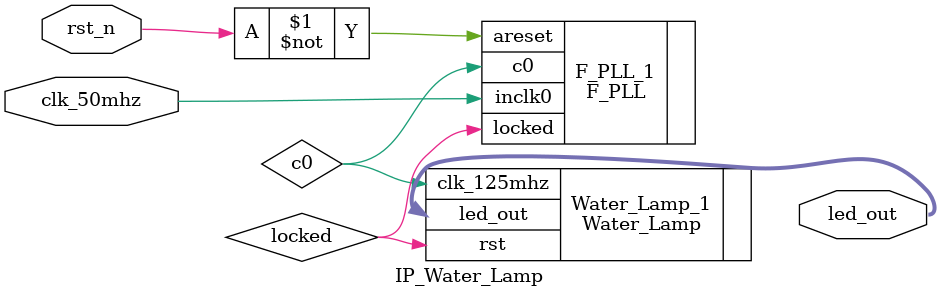
<source format=v>
module IP_Water_Lamp (
	input clk_50mhz,
	input rst_n,
	output [3:0] led_out
);

	wire c0;
	wire locked;

	/*注意locked为低电平复位*/
	F_PLL F_PLL_1 (
		.inclk0(clk_50mhz),
		.areset(~rst_n),
		.c0(c0),
		.locked(locked));

	Water_Lamp 
	#(
		.cnt_500ms_max(32'd62_499_999)
	)
	Water_Lamp_1
	(
		.clk_125mhz(c0),
		.rst(locked),
		.led_out(led_out)	
	);

endmodule
</source>
